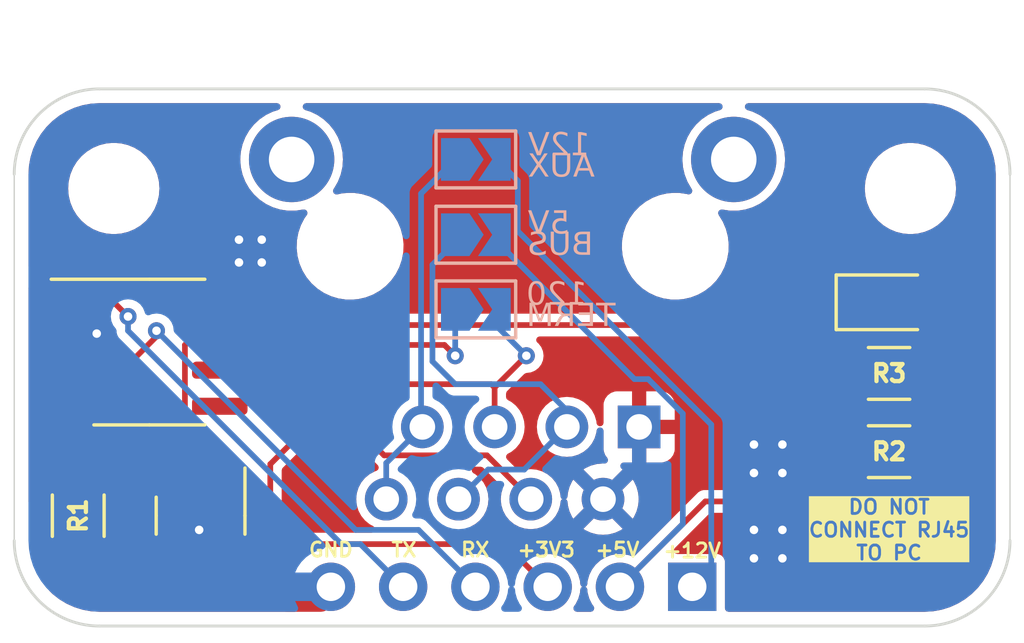
<source format=kicad_pcb>
(kicad_pcb (version 20221018) (generator pcbnew)
  (layers (0 "F.Cu" signal) (31 "B.Cu" signal) (34 "B.Paste" user) (35 "F.Paste" user) (36 "B.SilkS" user "B.Silkscreen") (37 "F.SilkS" user "F.Silkscreen") (38 "B.Mask" user) (39 "F.Mask" user) (44 "Edge.Cuts" user))
  (net 0 "")
  (net 1 "V_INPUT")
  (net 2 "GND")
  (net 3 "+5V")
  (net 4 "+3V3")
  (net 5 "CAN_TX")
  (net 6 "CAN_RX")
  (net 7 "Net-(U4-Rs)")
  (net 8 "CAN_H")
  (net 9 "CAN_L")
  (net 11 "Net-(JP1-A)")
  (net 12 "Net-(D4-K)")
  (net 13 "Net-(JP2-A)")
  (net 14 "+12V")
  (footprint "Connector_RJ:RJ45_Ninigi_GE" (layer "F.Cu") (at 137.965 66.38 180)
    (fp_text reference "J5" hide)
    (fp_text value "RJ45")
    (pad "" np_thru_hole circle (at -1.27 6.35 180) (size 3.25 3.25) (drill 3.25) (layers "*.Cu" "*.Mask"))
    (pad "" np_thru_hole circle (at 10.16 6.35) (size 3.25 3.25) (drill 3.25) (layers "*.Cu" "*.Mask"))
    (pad "1" thru_hole rect (at 0 0) (size 1.5 1.5) (drill 0.9) (layers "*.Cu" "*.Mask") (net 2 "GND"))
    (pad "2" thru_hole circle (at 1.27 -2.54) (size 1.5 1.5) (drill 0.9) (layers "*.Cu" "*.Mask") (net 2 "GND"))
    (pad "3" thru_hole circle (at 2.54 0) (size 1.5 1.5) (drill 0.9) (layers "*.Cu" "*.Mask") (net 13 "Net-(JP2-A)"))
    (pad "4" thru_hole circle (at 3.81 -2.54) (size 1.5 1.5) (drill 0.9) (layers "*.Cu" "*.Mask") (net 9 "CAN_L"))
    (pad "5" thru_hole circle (at 5.08 0) (size 1.5 1.5) (drill 0.9) (layers "*.Cu" "*.Mask") (net 8 "CAN_H"))
    (pad "6" thru_hole circle (at 6.35 -2.54) (size 1.5 1.5) (drill 0.9) (layers "*.Cu" "*.Mask") (net 13 "Net-(JP2-A)"))
    (pad "7" thru_hole circle (at 7.62 0) (size 1.5 1.5) (drill 0.9) (layers "*.Cu" "*.Mask") (net 1 "V_INPUT"))
    (pad "8" thru_hole circle (at 8.89 -2.54) (size 1.5 1.5) (drill 0.9) (layers "*.Cu" "*.Mask") (net 1 "V_INPUT"))
    (pad "SH" thru_hole circle (at -3.325 9.4 180) (size 3 3) (drill 1.6) (layers "*.Cu" "*.Mask"))
    (pad "SH" thru_hole circle (at 12.215 9.4) (size 3 3) (drill 1.6) (layers "*.Cu" "*.Mask"))
  )
  (footprint "Resistor_SMD:R_1206_3216Metric_Pad1.30x1.75mm_HandSolder" (layer "F.Cu") (at 146.75 64.5)
    (fp_text reference "R3" (at 0 0) (layer "F.SilkS") (effects (font (size 0.6 0.6))))
    (fp_text value "10k" hide)
    (fp_line (start -0.727064 -0.91) (end 0.727064 -0.91) (stroke (width 0.12)) (layer "F.SilkS"))
    (fp_line (start -0.727064 0.91) (end 0.727064 0.91) (stroke (width 0.12)) (layer "F.SilkS"))
    (pad "1" smd roundrect (at -1.55 0) (size 1.3 1.75) (layers "F.Cu" "F.Paste" "F.Mask") (roundrect_rratio 0.1923076923) (net 12 "Net-(D4-K)"))
    (pad "2" smd roundrect (at 1.55 0) (size 1.3 1.75) (layers "F.Cu" "F.Paste" "F.Mask") (roundrect_rratio 0.1923076923) (net 2 "GND"))
  )
  (footprint "MountingHole:MountingHole_2.7mm_M2.5_DIN965" (layer "F.Cu") (at 119.5 58)
    (fp_text reference "MOUNT_L" hide)
    (fp_text value "MountingHole_2.7mm_M2.5_DIN965" hide)
    (pad "" np_thru_hole circle locked (at 0 0) (size 2.7 2.7) (drill 2.7) (layers "*.Cu" "*.Mask"))
  )
  (footprint "LED_SMD:LED_0805_2012Metric_Pad1.15x1.40mm_HandSolder" (layer "F.Cu") (at 146.75 62)
    (fp_text reference "D4" hide)
    (fp_text value "LED" hide)
    (fp_line (start -1.86 -0.96) (end -1.86 0.96) (stroke (width 0.12)) (layer "F.SilkS"))
    (fp_line (start -1.86 0.96) (end 1 0.96) (stroke (width 0.12)) (layer "F.SilkS"))
    (fp_line (start 1 -0.96) (end -1.86 -0.96) (stroke (width 0.12)) (layer "F.SilkS"))
    (pad "1" smd roundrect (at -1.025 0) (size 1.15 1.4) (layers "F.Cu" "F.Paste" "F.Mask") (roundrect_rratio 0.2173913043) (net 12 "Net-(D4-K)"))
    (pad "2" smd roundrect (at 1.025 0) (size 1.15 1.4) (layers "F.Cu" "F.Paste" "F.Mask") (roundrect_rratio 0.2173913043) (net 3 "+5V"))
  )
  (footprint "Resistor_SMD:R_1206_3216Metric_Pad1.30x1.75mm_HandSolder" (layer "F.Cu") (at 118.25 69.5 90)
    (fp_text reference "R1" (at 0 0 90) (layer "F.SilkS") (effects (font (size 0.6 0.6))))
    (fp_text value "120" hide)
    (fp_line (start -0.727064 -0.91) (end 0.727064 -0.91) (stroke (width 0.12)) (layer "F.SilkS"))
    (fp_line (start -0.727064 0.91) (end 0.727064 0.91) (stroke (width 0.12)) (layer "F.SilkS"))
    (pad "1" smd roundrect (at -1.55 0 90) (size 1.3 1.75) (layers "F.Cu" "F.Paste" "F.Mask") (roundrect_rratio 0.1923076923) (net 11 "Net-(JP1-A)"))
    (pad "2" smd roundrect (at 1.55 0 90) (size 1.3 1.75) (layers "F.Cu" "F.Paste" "F.Mask") (roundrect_rratio 0.1923076923) (net 9 "CAN_L"))
  )
  (footprint "Package_SO:SOIC-8_3.9x4.9mm_P1.27mm" (layer "F.Cu") (at 120.75 63.75)
    (fp_text reference "U4" hide)
    (fp_text value "SN65HVD230" hide)
    (fp_line (start 0 -2.56) (end -3.45 -2.56) (stroke (width 0.12)) (layer "F.SilkS"))
    (fp_line (start 0 -2.56) (end 1.95 -2.56) (stroke (width 0.12)) (layer "F.SilkS"))
    (fp_line (start 0 2.56) (end -1.95 2.56) (stroke (width 0.12)) (layer "F.SilkS"))
    (fp_line (start 0 2.56) (end 1.95 2.56) (stroke (width 0.12)) (layer "F.SilkS"))
    (pad "1" smd roundrect (at -2.475 -1.905) (size 1.95 0.6) (layers "F.Cu" "F.Paste" "F.Mask") (net 5 "CAN_TX"))
    (pad "2" smd roundrect (at -2.475 -0.635) (size 1.95 0.6) (layers "F.Cu" "F.Paste" "F.Mask") (net 2 "GND"))
    (pad "3" smd roundrect (at -2.475 0.635) (size 1.95 0.6) (layers "F.Cu" "F.Paste" "F.Mask") (net 4 "+3V3"))
    (pad "4" smd roundrect (at -2.475 1.905) (size 1.95 0.6) (layers "F.Cu" "F.Paste" "F.Mask") (net 6 "CAN_RX"))
    (pad "5" smd roundrect (at 2.475 1.905) (size 1.95 0.6) (layers "F.Cu" "F.Paste" "F.Mask"))
    (pad "6" smd roundrect (at 2.475 0.635) (size 1.95 0.6) (layers "F.Cu" "F.Paste" "F.Mask") (net 9 "CAN_L"))
    (pad "7" smd roundrect (at 2.475 -0.635) (size 1.95 0.6) (layers "F.Cu" "F.Paste" "F.Mask") (net 8 "CAN_H"))
    (pad "8" smd roundrect (at 2.475 -1.905) (size 1.95 0.6) (layers "F.Cu" "F.Paste" "F.Mask") (net 7 "Net-(U4-Rs)"))
  )
  (footprint "Connector_PinHeader_2.54mm:PinHeader_1x06_P2.54mm_Horizontal" (layer "F.Cu") (at 139.83 72 -90)
    (fp_text reference "J1" hide)
    (fp_text value "Conn_01x06_Pin" hide)
    (pad "1" thru_hole rect (at 0 0 270) (size 1.7 1.7) (drill 1) (layers "*.Cu" "*.Mask") (net 14 "+12V"))
    (pad "2" thru_hole oval (at 0 2.54 270) (size 1.7 1.7) (drill 1) (layers "*.Cu" "*.Mask") (net 3 "+5V"))
    (pad "3" thru_hole oval (at 0 5.08 270) (size 1.7 1.7) (drill 1) (layers "*.Cu" "*.Mask") (net 4 "+3V3"))
    (pad "4" thru_hole oval (at 0 7.62 270) (size 1.7 1.7) (drill 1) (layers "*.Cu" "*.Mask") (net 6 "CAN_RX"))
    (pad "5" thru_hole oval (at 0 10.16 270) (size 1.7 1.7) (drill 1) (layers "*.Cu" "*.Mask") (net 5 "CAN_TX"))
    (pad "6" thru_hole oval (at 0 12.7 270) (size 1.7 1.7) (drill 1) (layers "*.Cu" "*.Mask") (net 2 "GND"))
  )
  (footprint "MountingHole:MountingHole_2.7mm_M2.5_DIN965" (layer "F.Cu") (at 147.5 58)
    (fp_text reference "MOUNT_R" hide)
    (fp_text value "MountingHole_2.7mm_M2.5_DIN965" hide)
    (pad "" np_thru_hole circle locked (at 0 0) (size 2.7 2.7) (drill 2.7) (layers "*.Cu" "*.Mask"))
  )
  (footprint "Package_TO_SOT_SMD:SOT-23" (layer "F.Cu") (at 122.55 69.5 -90)
    (fp_text reference "U3" hide)
    (fp_text value "ESD2CAN24-Q1" hide)
    (fp_line (start 0 -1.56) (end -1.675 -1.56) (stroke (width 0.12)) (layer "F.SilkS"))
    (fp_line (start 0 -1.56) (end 0.65 -1.56) (stroke (width 0.12)) (layer "F.SilkS"))
    (fp_line (start 0 1.56) (end -0.65 1.56) (stroke (width 0.12)) (layer "F.SilkS"))
    (fp_line (start 0 1.56) (end 0.65 1.56) (stroke (width 0.12)) (layer "F.SilkS"))
    (pad "1" smd roundrect (at -0.9375 -0.95 270) (size 1.475 0.6) (layers "F.Cu" "F.Paste" "F.Mask") (net 8 "CAN_H"))
    (pad "2" smd roundrect (at -0.9375 0.95 270) (size 1.475 0.6) (layers "F.Cu" "F.Paste" "F.Mask") (net 9 "CAN_L"))
    (pad "3" smd roundrect (at 0.9375 0 270) (size 1.475 0.6) (layers "F.Cu" "F.Paste" "F.Mask") (net 2 "GND"))
  )
  (footprint "Resistor_SMD:R_1206_3216Metric_Pad1.30x1.75mm_HandSolder" (layer "F.Cu") (at 146.75 67.25)
    (fp_text reference "R2" (at 0 0) (layer "F.SilkS") (effects (font (size 0.6 0.6))))
    (fp_text value "10k" hide)
    (fp_line (start -0.727064 -0.91) (end 0.727064 -0.91) (stroke (width 0.12)) (layer "F.SilkS"))
    (fp_line (start -0.727064 0.91) (end 0.727064 0.91) (stroke (width 0.12)) (layer "F.SilkS"))
    (pad "1" smd roundrect (at -1.55 0) (size 1.3 1.75) (layers "F.Cu" "F.Paste" "F.Mask") (roundrect_rratio 0.1923076923) (net 7 "Net-(U4-Rs)"))
    (pad "2" smd roundrect (at 1.55 0) (size 1.3 1.75) (layers "F.Cu" "F.Paste" "F.Mask") (roundrect_rratio 0.1923076923) (net 2 "GND"))
  )
  (footprint "Jumper:SolderJumper-2_P1.3mm_Open_TrianglePad1.0x1.5mm" (layer "B.Cu") (at 132.225 59.625)
    (fp_text reference "JP2" hide)
    (fp_text value "Jumper" hide)
    (fp_line (start -1.4 -1) (end -1.4 1) (stroke (width 0.12)) (layer "B.SilkS"))
    (fp_line (start -1.4 1) (end 1.4 1) (stroke (width 0.12)) (layer "B.SilkS"))
    (fp_line (start 1.4 -1) (end -1.4 -1) (stroke (width 0.12)) (layer "B.SilkS"))
    (fp_line (start 1.4 1) (end 1.4 -1) (stroke (width 0.12)) (layer "B.SilkS"))
    (pad "1" smd custom (at -0.725 0) (size 0.3 0.3) (layers "B.Cu" "B.Mask") (net 13 "Net-(JP2-A)") (options (clearance outline) (anchor rect)) (primitives (gr_poly (pts (xy 1 0) (xy 0.5 -0.75) (xy -0.5 -0.75) (xy -0.5 0.75) (xy 0.5 0.75)) (width 0) (fill yes))))
    (pad "2" smd custom (at 0.725 0) (size 0.3 0.3) (layers "B.Cu" "B.Mask") (net 3 "+5V") (options (clearance outline) (anchor rect)) (primitives (gr_poly (pts (xy 0.5 -0.75) (xy -0.65 -0.75) (xy -0.15 0) (xy -0.65 0.75) (xy 0.5 0.75)) (width 0) (fill yes))))
  )
  (footprint "Jumper:SolderJumper-2_P1.3mm_Open_TrianglePad1.0x1.5mm" (layer "B.Cu") (at 132.225 62.25)
    (fp_text reference "JP1" hide)
    (fp_text value "Jumper" hide)
    (fp_line (start -1.4 -1) (end -1.4 1) (stroke (width 0.12)) (layer "B.SilkS"))
    (fp_line (start -1.4 1) (end 1.4 1) (stroke (width 0.12)) (layer "B.SilkS"))
    (fp_line (start 1.4 -1) (end -1.4 -1) (stroke (width 0.12)) (layer "B.SilkS"))
    (fp_line (start 1.4 1) (end 1.4 -1) (stroke (width 0.12)) (layer "B.SilkS"))
    (pad "1" smd custom (at -0.725 0) (size 0.3 0.3) (layers "B.Cu" "B.Mask") (net 11 "Net-(JP1-A)") (options (clearance outline) (anchor rect)) (primitives (gr_poly (pts (xy 1 0) (xy 0.5 -0.75) (xy -0.5 -0.75) (xy -0.5 0.75) (xy 0.5 0.75)) (width 0) (fill yes))))
    (pad "2" smd custom (at 0.725 0) (size 0.3 0.3) (layers "B.Cu" "B.Mask") (net 8 "CAN_H") (options (clearance outline) (anchor rect)) (primitives (gr_poly (pts (xy 0.5 -0.75) (xy -0.65 -0.75) (xy -0.15 0) (xy -0.65 0.75) (xy 0.5 0.75)) (width 0) (fill yes))))
  )
  (footprint "Jumper:SolderJumper-2_P1.3mm_Open_TrianglePad1.0x1.5mm" (layer "B.Cu") (at 132.225 56.97868)
    (fp_text reference "JP3" hide)
    (fp_text value "Jumper" hide)
    (fp_line (start -1.4 -1) (end -1.4 1) (stroke (width 0.12)) (layer "B.SilkS"))
    (fp_line (start -1.4 1) (end 1.4 1) (stroke (width 0.12)) (layer "B.SilkS"))
    (fp_line (start 1.4 -1) (end -1.4 -1) (stroke (width 0.12)) (layer "B.SilkS"))
    (fp_line (start 1.4 1) (end 1.4 -1) (stroke (width 0.12)) (layer "B.SilkS"))
    (pad "1" smd custom (at -0.725 0) (size 0.3 0.3) (layers "B.Cu" "B.Mask") (net 1 "V_INPUT") (options (clearance outline) (anchor rect)) (primitives (gr_poly (pts (xy 1 0) (xy 0.5 -0.75) (xy -0.5 -0.75) (xy -0.5 0.75) (xy 0.5 0.75)) (width 0) (fill yes))))
    (pad "2" smd custom (at 0.725 0) (size 0.3 0.3) (layers "B.Cu" "B.Mask") (net 14 "+12V") (options (clearance outline) (anchor rect)) (primitives (gr_poly (pts (xy 0.5 -0.75) (xy -0.65 -0.75) (xy -0.15 0) (xy -0.65 0.75) (xy 0.5 0.75)) (width 0) (fill yes))))
  )
  (gr_line locked (start 119 54.5) (end 148 54.5) (stroke (width 0.1)) (layer "Edge.Cuts"))
  (gr_line (start 148 73.37868) (end 119 73.37868) (stroke (width 0.1)) (layer "Edge.Cuts"))
  (gr_arc (start 151 70.37868) (mid 150.12132 72.5) (end 148 73.37868) (stroke (width 0.1)) (layer "Edge.Cuts"))
  (gr_line (start 151 57.5) (end 151 70.37868) (stroke (width 0.05)) (layer "Edge.Cuts"))
  (gr_arc (start 119 73.37868) (mid 116.87868 72.5) (end 116 70.37868) (stroke (width 0.1)) (layer "Edge.Cuts"))
  (gr_arc (start 148 54.5) (mid 150.12132 55.37868) (end 151 57.5) (stroke (width 0.1)) (layer "Edge.Cuts"))
  (gr_arc (start 116 57.5) (mid 116.87868 55.37868) (end 119 54.5) (stroke (width 0.1)) (layer "Edge.Cuts"))
  (gr_line (start 116 57.5) (end 116 70.37868) (stroke (width 0.05)) (layer "Edge.Cuts"))
  (gr_text "BUS" (at 134.05 60) (layer "B.SilkS") (effects (font (size 0.8 0.8)) (justify right mirror)))
  (gr_text "5V" (at 134.05 59.25) (layer "B.SilkS") (effects (font (size 0.8 0.8)) (justify right mirror)))
  (gr_text "120" (at 134 61.75) (layer "B.SilkS") (effects (font (size 0.8 0.8)) (justify right mirror)))
  (gr_text "AUX" (at 134.05396 57.25) (layer "B.SilkS") (effects (font (size 0.8 0.8)) (justify right mirror)))
  (gr_text "12V" (at 134.05396 56.5) (layer "B.SilkS") (effects (font (size 0.8 0.8)) (justify right mirror)))
  (gr_text "TERM" (at 134 62.5) (layer "B.SilkS") (effects (font (size 0.8 0.8)) (justify right mirror)))
  (gr_text "DO NOT\nCONNECT RJ45\nTO PC\n" (at 146.75 70) (layer "F.SilkS" knockout) (effects (font (size 0.5 0.5) (thickness 0.1))))
  (gr_text "RX" (at 132.2 70.7) (layer "F.SilkS") (effects (font (size 0.5 0.5) (thickness 0.1))))
  (gr_text "+12V" (at 139.83 70.73) (layer "F.SilkS") (effects (font (size 0.5 0.5) (thickness 0.1))))
  (gr_text "+5V" (at 137.2 70.7) (layer "F.SilkS") (effects (font (size 0.5 0.5) (thickness 0.1))))
  (gr_text "GND" (at 127.13 70.7) (layer "F.SilkS") (effects (font (size 0.5 0.5) (thickness 0.1))))
  (gr_text "+3V3" (at 134.7 70.7) (layer "F.SilkS") (effects (font (size 0.5 0.5) (thickness 0.1))))
  (gr_text "TX" (at 129.7 70.7) (layer "F.SilkS") (effects (font (size 0.5 0.5) (thickness 0.1))))
  (segment (start 130.3 66.335) (end 130.345 66.38) (width 0.2) (layer "B.Cu") (net 1))
  (segment (start 131.5 56.97868) (end 130.3 58.17868) (width 0.2) (layer "B.Cu") (net 1))
  (segment (start 129.075 68.92) (end 129.075 67.65) (width 0.2) (layer "B.Cu") (net 1))
  (segment (start 129.075 67.65) (end 130.345 66.38) (width 0.2) (layer "B.Cu") (net 1))
  (segment (start 130.3 58.17868) (end 130.3 66.335) (width 0.2) (layer "B.Cu") (net 1))
  (segment (start 126.75132 72.37868) (end 125.606 72.37868) (width 1) (layer "F.Cu") (net 2))
  (via (at 123.9 60.6) (size 0.6) (drill 0.3) (layers "F.Cu" "B.Cu") (net 2))
  (via (at 142 70) (size 0.6) (drill 0.3) (layers "F.Cu" "B.Cu") (net 2))
  (via (at 142 71) (size 0.6) (drill 0.3) (layers "F.Cu" "B.Cu") (net 2))
  (via (at 143 68) (size 0.6) (drill 0.3) (layers "F.Cu" "B.Cu") (net 2))
  (via (at 142 67) (size 0.6) (drill 0.3) (layers "F.Cu" "B.Cu") (net 2))
  (via (at 122.5 70) (size 0.6) (drill 0.3) (layers "F.Cu" "B.Cu") (net 2))
  (via (at 142 68) (size 0.6) (drill 0.3) (layers "F.Cu" "B.Cu") (net 2))
  (via (at 118.9 63.1) (size 0.6) (drill 0.3) (layers "F.Cu" "B.Cu") (net 2))
  (via (at 143 71) (size 0.6) (drill 0.3) (layers "F.Cu" "B.Cu") (net 2))
  (via (at 143 67) (size 0.6) (drill 0.3) (layers "F.Cu" "B.Cu") (net 2))
  (via (at 124.7 59.8) (size 0.6) (drill 0.3) (layers "F.Cu" "B.Cu") (net 2))
  (via (at 123.9 59.8) (size 0.6) (drill 0.3) (layers "F.Cu" "B.Cu") (net 2))
  (via (at 143 70) (size 0.6) (drill 0.3) (layers "F.Cu" "B.Cu") (net 2))
  (via (at 124.7 60.6) (size 0.6) (drill 0.3) (layers "F.Cu" "B.Cu") (net 2))
  (segment (start 142 68) (end 142 70) (width 0.2) (layer "B.Cu") (net 2))
  (segment (start 143 70) (end 143 67) (width 0.2) (layer "B.Cu") (net 2))
  (segment (start 127.13 72) (end 125.5 72) (width 1) (layer "B.Cu") (net 2))
  (segment (start 142 67) (end 142 71) (width 0.2) (layer "B.Cu") (net 2))
  (segment (start 143 71) (end 143 67) (width 0.2) (layer "B.Cu") (net 2))
  (segment (start 145.5 69) (end 140.29 69) (width 0.2) (layer "F.Cu") (net 3))
  (segment (start 146.5 63.275) (end 146.5 68) (width 0.2) (layer "F.Cu") (net 3))
  (segment (start 146.5 68) (end 145.5 69) (width 0.2) (layer "F.Cu") (net 3))
  (segment (start 140.29 69) (end 137.29 72) (width 0.2) (layer "F.Cu") (net 3))
  (segment (start 147.775 62) (end 146.5 63.275) (width 0.2) (layer "F.Cu") (net 3))
  (segment (start 139.5 65.915) (end 139.5 69.79) (width 0.2) (layer "B.Cu") (net 3))
  (segment (start 132.95 59.85) (end 137.8 64.7) (width 0.2) (layer "B.Cu") (net 3))
  (segment (start 137.8 64.7) (end 138.285 64.7) (width 0.2) (layer "B.Cu") (net 3))
  (segment (start 132.95 59.625) (end 132.95 59.85) (width 0.2) (layer "B.Cu") (net 3))
  (segment (start 138.285 64.7) (end 139.5 65.915) (width 0.2) (layer "B.Cu") (net 3))
  (segment (start 139.5 69.79) (end 137.29 72) (width 0.2) (layer "B.Cu") (net 3))
  (segment (start 126 70.5) (end 133.25 70.5) (width 0.2) (layer "F.Cu") (net 4))
  (segment (start 120.15 70.15) (end 121.5 71.5) (width 0.2) (layer "F.Cu") (net 4))
  (segment (start 118.65 70.15) (end 120.15 70.15) (width 0.2) (layer "F.Cu") (net 4))
  (segment (start 117 65.389315) (end 117 68.5) (width 0.2) (layer "F.Cu") (net 4))
  (segment (start 118.004315 64.385) (end 117 65.389315) (width 0.2) (layer "F.Cu") (net 4))
  (segment (start 117 68.5) (end 118.65 70.15) (width 0.2) (layer "F.Cu") (net 4))
  (segment (start 125 71.5) (end 126 70.5) (width 0.2) (layer "F.Cu") (net 4))
  (segment (start 133.25 70.5) (end 134.75 72) (width 0.2) (layer "F.Cu") (net 4))
  (segment (start 118.275 64.385) (end 118.004315 64.385) (width 0.2) (layer "F.Cu") (net 4))
  (segment (start 121.5 71.5) (end 125 71.5) (width 0.2) (layer "F.Cu") (net 4))
  (segment (start 119.345 61.845) (end 120 62.5) (width 0.2) (layer "F.Cu") (net 5))
  (segment (start 118.275 61.845) (end 119.345 61.845) (width 0.2) (layer "F.Cu") (net 5))
  (via (at 120 62.5) (size 0.6) (drill 0.3) (layers "F.Cu" "B.Cu") (net 5))
  (segment (start 127.5 70.5) (end 120 63) (width 0.2) (layer "B.Cu") (net 5))
  (segment (start 127.5 70.5) (end 128.17 70.5) (width 0.2) (layer "B.Cu") (net 5))
  (segment (start 128.17 70.5) (end 129.67 72) (width 0.2) (layer "B.Cu") (net 5))
  (segment (start 120 63) (end 120 62.5) (width 0.2) (layer "B.Cu") (net 5))
  (segment (start 121 63.200685) (end 121 63) (width 0.2) (layer "F.Cu") (net 6))
  (segment (start 118.275 65.655) (end 118.545685 65.655) (width 0.2) (layer "F.Cu") (net 6))
  (segment (start 118.545685 65.655) (end 121 63.200685) (width 0.2) (layer "F.Cu") (net 6))
  (via (at 121 63) (size 0.6) (drill 0.3) (layers "F.Cu" "B.Cu") (net 6))
  (segment (start 130.21 70) (end 128 70) (width 0.2) (layer "B.Cu") (net 6))
  (segment (start 132.21 72) (end 130.21 70) (width 0.2) (layer "B.Cu") (net 6))
  (segment (start 128 70) (end 121 63) (width 0.2) (layer "B.Cu") (net 6))
  (segment (start 125.545 61.845) (end 123.225 61.845) (width 0.2) (layer "F.Cu") (net 7))
  (segment (start 126.5 62.8) (end 125.545 61.845) (width 0.2) (layer "F.Cu") (net 7))
  (segment (start 138.8 62.8) (end 126.5 62.8) (width 0.2) (layer "F.Cu") (net 7))
  (segment (start 143.33 65.38) (end 141.38 65.38) (width 0.2) (layer "F.Cu") (net 7))
  (segment (start 141.38 65.38) (end 138.8 62.8) (width 0.2) (layer "F.Cu") (net 7))
  (segment (start 145.2 67.25) (end 143.33 65.38) (width 0.2) (layer "F.Cu") (net 7))
  (segment (start 132.77 64.87868) (end 132.885 64.99368) (width 0.2) (layer "F.Cu") (net 8))
  (segment (start 125.3 63.9) (end 126.016294 63.9) (width 0.2) (layer "F.Cu") (net 8))
  (segment (start 132.885 64.99368) (end 134 63.87868) (width 0.2) (layer "F.Cu") (net 8))
  (segment (start 123.225 63.115) (end 124.515 63.115) (width 0.2) (layer "F.Cu") (net 8))
  (segment (start 123.225 63.115) (end 122.385 63.115) (width 0.2) (layer "F.Cu") (net 8))
  (segment (start 124.515 63.115) (end 125.3 63.9) (width 0.2) (layer "F.Cu") (net 8))
  (segment (start 126.016294 63.9) (end 126.994974 64.87868) (width 0.2) (layer "F.Cu") (net 8))
  (segment (start 132.885 66.38) (end 132.885 64.99368) (width 0.2) (layer "F.Cu") (net 8))
  (segment (start 122.385 63.115) (end 122 63.5) (width 0.2) (layer "F.Cu") (net 8))
  (segment (start 122 63.5) (end 122 67.0625) (width 0.2) (layer "F.Cu") (net 8))
  (segment (start 126.994974 64.87868) (end 132.77 64.87868) (width 0.2) (layer "F.Cu") (net 8))
  (segment (start 122 67.0625) (end 123.5 68.5625) (width 0.2) (layer "F.Cu") (net 8))
  (via (at 134 63.87868) (size 0.6) (drill 0.3) (layers "F.Cu" "B.Cu") (net 8))
  (segment (start 134 63.87868) (end 132.95 62.82868) (width 0.2) (layer "B.Cu") (net 8))
  (segment (start 132.95 62.82868) (end 132.95 62.25) (width 0.2) (layer "B.Cu") (net 8))
  (segment (start 131.49868 67.38) (end 131.5 67.37868) (width 0.2) (layer "F.Cu") (net 9))
  (segment (start 132.61368 67.37868) (end 134.155 68.92) (width 0.2) (layer "F.Cu") (net 9))
  (segment (start 125 69.5) (end 124.5 70) (width 0.2) (layer "F.Cu") (net 9))
  (segment (start 124.5 70) (end 123.567158 70) (width 0.2) (layer "F.Cu") (net 9))
  (segment (start 125 67.68934) (end 125 69.5) (width 0.2) (layer "F.Cu") (net 9))
  (segment (start 118.25 67.95) (end 120.9875 67.95) (width 0.2) (layer "F.Cu") (net 9))
  (segment (start 123.567158 70) (end 122.129658 68.5625) (width 0.2) (layer "F.Cu") (net 9))
  (segment (start 127.5 65.87868) (end 126.81066 65.87868) (width 0.2) (layer "F.Cu") (net 9))
  (segment (start 126.81066 65.87868) (end 125 67.68934) (width 0.2) (layer "F.Cu") (net 9))
  (segment (start 129.00132 67.38) (end 131.49868 67.38) (width 0.2) (layer "F.Cu") (net 9))
  (segment (start 131.5 67.37868) (end 132.61368 67.37868) (width 0.2) (layer "F.Cu") (net 9))
  (segment (start 125.485 64.385) (end 126.97868 65.87868) (width 0.2) (layer "F.Cu") (net 9))
  (segment (start 127.5 65.87868) (end 129.00132 67.38) (width 0.2) (layer "F.Cu") (net 9))
  (segment (start 120.9875 67.95) (end 121.6 68.5625) (width 0.2) (layer "F.Cu") (net 9))
  (segment (start 126.97868 65.87868) (end 127.5 65.87868) (width 0.2) (layer "F.Cu") (net 9))
  (segment (start 123.225 64.385) (end 125.485 64.385) (width 0.2) (layer "F.Cu") (net 9))
  (segment (start 122.129658 68.5625) (end 121.6 68.5625) (width 0.2) (layer "F.Cu") (net 9))
  (segment (start 118.25 70.65) (end 116.6 69) (width 0.2) (layer "F.Cu") (net 11))
  (segment (start 122.149658 62.649658) (end 122.234315 62.565) (width 0.2) (layer "F.Cu") (net 11))
  (segment (start 131.12132 63.5) (end 131.5 63.87868) (width 0.2) (layer "F.Cu") (net 11))
  (segment (start 120.5 61) (end 122.149658 62.649658) (width 0.2) (layer "F.Cu") (net 11))
  (segment (start 118.25 71.05) (end 118.25 70.65) (width 0.2) (layer "F.Cu") (net 11))
  (segment (start 126.2 63.5) (end 131.12132 63.5) (width 0.2) (layer "F.Cu") (net 11))
  (segment (start 116.6 61.5) (end 117.1 61) (width 0.2) (layer "F.Cu") (net 11))
  (segment (start 122.234315 62.565) (end 125.265 62.565) (width 0.2) (layer "F.Cu") (net 11))
  (segment (start 116.6 69) (end 116.6 61.5) (width 0.2) (layer "F.Cu") (net 11))
  (segment (start 125.265 62.565) (end 126.2 63.5) (width 0.2) (layer "F.Cu") (net 11))
  (segment (start 117.1 61) (end 120.5 61) (width 0.2) (layer "F.Cu") (net 11))
  (via (at 131.5 63.87868) (size 0.6) (drill 0.3) (layers "F.Cu" "B.Cu") (net 11))
  (segment (start 131.5 62.25) (end 131.5 63.87868) (width 0.2) (layer "B.Cu") (net 11))
  (segment (start 145.2 64.5) (end 145.2 62.525) (width 0.2) (layer "F.Cu") (net 12))
  (segment (start 145.2 62.525) (end 145.725 62) (width 0.2) (layer "F.Cu") (net 12))
  (segment (start 130.7 64.07868) (end 131.5 64.87868) (width 0.2) (layer "B.Cu") (net 13))
  (segment (start 132.65632 67.87868) (end 133.92632 67.87868) (width 0.2) (layer "B.Cu") (net 13))
  (segment (start 131.5 59.625) (end 131.5 59.87868) (width 0.2) (layer "B.Cu") (net 13))
  (segment (start 135.425 65.80368) (end 135.425 66.38) (width 0.2) (layer "B.Cu") (net 13))
  (segment (start 134.5 64.87868) (end 135.425 65.80368) (width 0.2) (layer "B.Cu") (net 13))
  (segment (start 131.615 68.92) (end 132.65632 67.87868) (width 0.2) (layer "B.Cu") (net 13))
  (segment (start 133.92632 67.87868) (end 135.425 66.38) (width 0.2) (layer "B.Cu") (net 13))
  (segment (start 130.7 60.67868) (end 130.7 64.07868) (width 0.2) (layer "B.Cu") (net 13))
  (segment (start 131.5 64.87868) (end 134.5 64.87868) (width 0.2) (layer "B.Cu") (net 13))
  (segment (start 131.5 59.87868) (end 130.7 60.67868) (width 0.2) (layer "B.Cu") (net 13))
  (segment (start 132.95 56.97868) (end 133.7 57.72868) (width 0.2) (layer "B.Cu") (net 14))
  (segment (start 140.5 66.3) (end 140.5 71.33) (width 0.2) (layer "B.Cu") (net 14))
  (segment (start 133.7 57.72868) (end 133.7 59.5) (width 0.2) (layer "B.Cu") (net 14))
  (segment (start 140.5 71.33) (end 139.83 72) (width 0.2) (layer "B.Cu") (net 14))
  (segment (start 133.7 59.5) (end 140.5 66.3) (width 0.2) (layer "B.Cu") (net 14))
  (zone (net 2) (net_name "GND") (layers "F&B.Cu") (connect_pads (clearance 0.3)) (min_thickness 0.25) (fill yes (thermal_gap 0.5) (thermal_bridge_width 0.5) (island_removal_mode 2) (island_area_min 10))
    (polygon (pts (xy 115.5 54) (xy 151.5 54) (xy 151.5 74) (xy 115.5 74)))
  )
)
</source>
